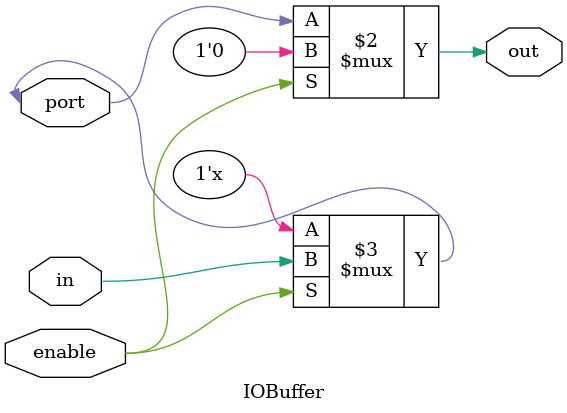
<source format=sv>
module IOBuffer(in, out, enable, port);
	input in, enable;
	output out;
	inout port;
	//TODO: complete IOBuffer as described in the lab spec.
	
	assign out = (~enable) ? port : 1'b0;
	assign port = (enable) ? in : 1'bz;
endmodule
</source>
